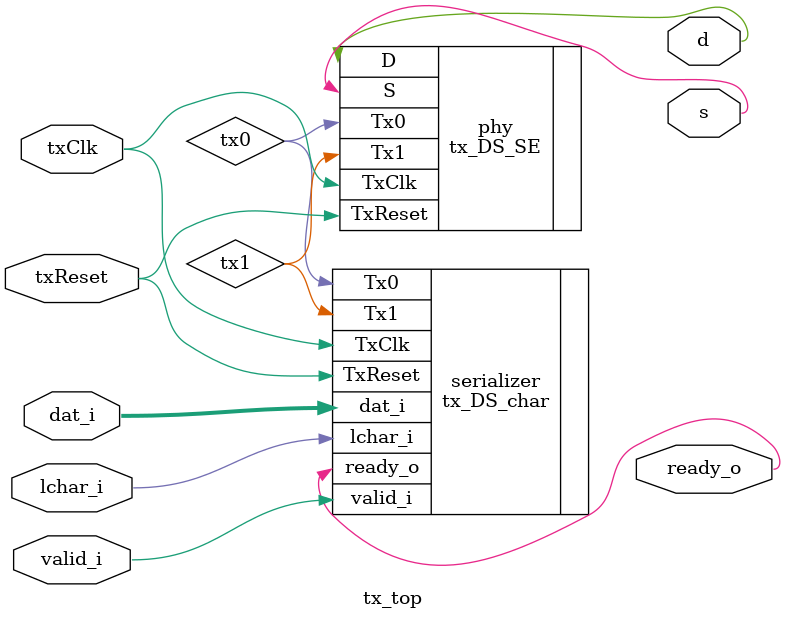
<source format=v>
`timescale 1ns / 1ps

module tx_top(
	input		txClk,
	input		txReset,
	input	[7:0]	dat_i,
	input		lchar_i,
	input		valid_i,

	output		d,
	output		s,
	output		ready_o
);
	wire		tx1, tx0;

	tx_DS_SE phy(
		.TxClk(txClk),
		.TxReset(txReset),
		.Tx1(tx1),
		.Tx0(tx0),
		.D(d),
		.S(s)
	);

	tx_DS_char serializer(
		.TxClk(txClk),
		.TxReset(txReset),
		.valid_i(valid_i),
		.dat_i(dat_i),
		.lchar_i(lchar_i),
		.Tx0(tx0),
		.Tx1(tx1),
		.ready_o(ready_o)
	);
endmodule


</source>
